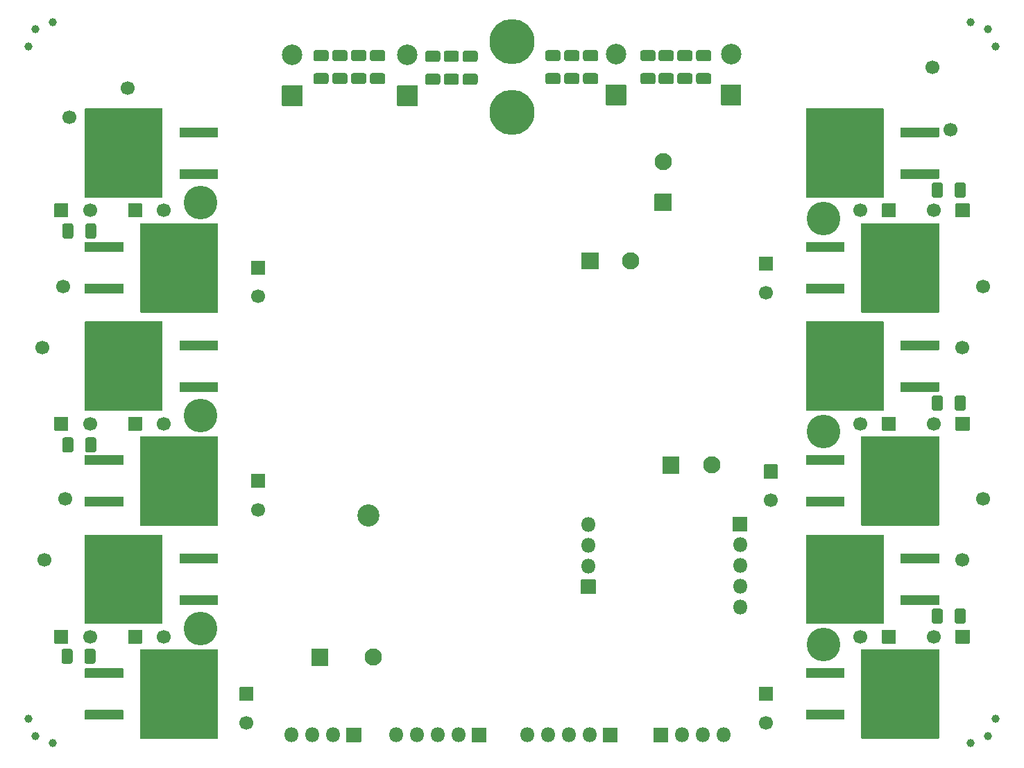
<source format=gbr>
%TF.GenerationSoftware,KiCad,Pcbnew,(5.1.9)-1*%
%TF.CreationDate,2021-03-14T17:38:15+01:00*%
%TF.ProjectId,Bobbycontroller,426f6262-7963-46f6-9e74-726f6c6c6572,rev?*%
%TF.SameCoordinates,Original*%
%TF.FileFunction,Soldermask,Bot*%
%TF.FilePolarity,Negative*%
%FSLAX46Y46*%
G04 Gerber Fmt 4.6, Leading zero omitted, Abs format (unit mm)*
G04 Created by KiCad (PCBNEW (5.1.9)-1) date 2021-03-14 17:38:15*
%MOMM*%
%LPD*%
G01*
G04 APERTURE LIST*
%ADD10C,2.100000*%
%ADD11C,1.700000*%
%ADD12O,1.800000X1.800000*%
%ADD13C,2.700000*%
%ADD14C,5.500000*%
%ADD15C,1.000000*%
%ADD16C,4.100000*%
%ADD17C,2.500000*%
G04 APERTURE END LIST*
D10*
%TO.C,C38*%
X84500000Y-40150000D03*
G36*
G01*
X78450000Y-41150000D02*
X78450000Y-39150000D01*
G75*
G02*
X78500000Y-39100000I50000J0D01*
G01*
X80500000Y-39100000D01*
G75*
G02*
X80550000Y-39150000I0J-50000D01*
G01*
X80550000Y-41150000D01*
G75*
G02*
X80500000Y-41200000I-50000J0D01*
G01*
X78500000Y-41200000D01*
G75*
G02*
X78450000Y-41150000I0J50000D01*
G01*
G37*
%TD*%
%TO.C,C26*%
X94400000Y-65050000D03*
G36*
G01*
X88350000Y-66050000D02*
X88350000Y-64050000D01*
G75*
G02*
X88400000Y-64000000I50000J0D01*
G01*
X90400000Y-64000000D01*
G75*
G02*
X90450000Y-64050000I0J-50000D01*
G01*
X90450000Y-66050000D01*
G75*
G02*
X90400000Y-66100000I-50000J0D01*
G01*
X88400000Y-66100000D01*
G75*
G02*
X88350000Y-66050000I0J50000D01*
G01*
G37*
%TD*%
%TO.C,C25*%
X88450000Y-28000000D03*
G36*
G01*
X89450000Y-34050000D02*
X87450000Y-34050000D01*
G75*
G02*
X87400000Y-34000000I0J50000D01*
G01*
X87400000Y-32000000D01*
G75*
G02*
X87450000Y-31950000I50000J0D01*
G01*
X89450000Y-31950000D01*
G75*
G02*
X89500000Y-32000000I0J-50000D01*
G01*
X89500000Y-34000000D01*
G75*
G02*
X89450000Y-34050000I-50000J0D01*
G01*
G37*
%TD*%
D11*
%TO.C,C18*%
X37600000Y-96500000D03*
G36*
G01*
X36800000Y-92150000D02*
X38400000Y-92150000D01*
G75*
G02*
X38450000Y-92200000I0J-50000D01*
G01*
X38450000Y-93800000D01*
G75*
G02*
X38400000Y-93850000I-50000J0D01*
G01*
X36800000Y-93850000D01*
G75*
G02*
X36750000Y-93800000I0J50000D01*
G01*
X36750000Y-92200000D01*
G75*
G02*
X36800000Y-92150000I50000J0D01*
G01*
G37*
%TD*%
%TO.C,C16*%
X101590000Y-69340000D03*
G36*
G01*
X100790000Y-64990000D02*
X102390000Y-64990000D01*
G75*
G02*
X102440000Y-65040000I0J-50000D01*
G01*
X102440000Y-66640000D01*
G75*
G02*
X102390000Y-66690000I-50000J0D01*
G01*
X100790000Y-66690000D01*
G75*
G02*
X100740000Y-66640000I0J50000D01*
G01*
X100740000Y-65040000D01*
G75*
G02*
X100790000Y-64990000I50000J0D01*
G01*
G37*
%TD*%
%TO.C,C14*%
X39000000Y-44500000D03*
G36*
G01*
X38200000Y-40150000D02*
X39800000Y-40150000D01*
G75*
G02*
X39850000Y-40200000I0J-50000D01*
G01*
X39850000Y-41800000D01*
G75*
G02*
X39800000Y-41850000I-50000J0D01*
G01*
X38200000Y-41850000D01*
G75*
G02*
X38150000Y-41800000I0J50000D01*
G01*
X38150000Y-40200000D01*
G75*
G02*
X38200000Y-40150000I50000J0D01*
G01*
G37*
%TD*%
%TO.C,C12*%
X39000000Y-70500000D03*
G36*
G01*
X38200000Y-66150000D02*
X39800000Y-66150000D01*
G75*
G02*
X39850000Y-66200000I0J-50000D01*
G01*
X39850000Y-67800000D01*
G75*
G02*
X39800000Y-67850000I-50000J0D01*
G01*
X38200000Y-67850000D01*
G75*
G02*
X38150000Y-67800000I0J50000D01*
G01*
X38150000Y-66200000D01*
G75*
G02*
X38200000Y-66150000I50000J0D01*
G01*
G37*
%TD*%
%TO.C,C9*%
X101000000Y-96500000D03*
G36*
G01*
X100200000Y-92150000D02*
X101800000Y-92150000D01*
G75*
G02*
X101850000Y-92200000I0J-50000D01*
G01*
X101850000Y-93800000D01*
G75*
G02*
X101800000Y-93850000I-50000J0D01*
G01*
X100200000Y-93850000D01*
G75*
G02*
X100150000Y-93800000I0J50000D01*
G01*
X100150000Y-92200000D01*
G75*
G02*
X100200000Y-92150000I50000J0D01*
G01*
G37*
%TD*%
%TO.C,C8*%
X101000000Y-44000000D03*
G36*
G01*
X100200000Y-39650000D02*
X101800000Y-39650000D01*
G75*
G02*
X101850000Y-39700000I0J-50000D01*
G01*
X101850000Y-41300000D01*
G75*
G02*
X101800000Y-41350000I-50000J0D01*
G01*
X100200000Y-41350000D01*
G75*
G02*
X100150000Y-41300000I0J50000D01*
G01*
X100150000Y-39700000D01*
G75*
G02*
X100200000Y-39650000I50000J0D01*
G01*
G37*
%TD*%
%TO.C,C36*%
X18500000Y-60000000D03*
G36*
G01*
X14150000Y-60800000D02*
X14150000Y-59200000D01*
G75*
G02*
X14200000Y-59150000I50000J0D01*
G01*
X15800000Y-59150000D01*
G75*
G02*
X15850000Y-59200000I0J-50000D01*
G01*
X15850000Y-60800000D01*
G75*
G02*
X15800000Y-60850000I-50000J0D01*
G01*
X14200000Y-60850000D01*
G75*
G02*
X14150000Y-60800000I0J50000D01*
G01*
G37*
%TD*%
%TO.C,C35*%
X18500000Y-86000000D03*
G36*
G01*
X14150000Y-86800000D02*
X14150000Y-85200000D01*
G75*
G02*
X14200000Y-85150000I50000J0D01*
G01*
X15800000Y-85150000D01*
G75*
G02*
X15850000Y-85200000I0J-50000D01*
G01*
X15850000Y-86800000D01*
G75*
G02*
X15800000Y-86850000I-50000J0D01*
G01*
X14200000Y-86850000D01*
G75*
G02*
X14150000Y-86800000I0J50000D01*
G01*
G37*
%TD*%
%TO.C,C34*%
X18500000Y-34000000D03*
G36*
G01*
X14150000Y-34800000D02*
X14150000Y-33200000D01*
G75*
G02*
X14200000Y-33150000I50000J0D01*
G01*
X15800000Y-33150000D01*
G75*
G02*
X15850000Y-33200000I0J-50000D01*
G01*
X15850000Y-34800000D01*
G75*
G02*
X15800000Y-34850000I-50000J0D01*
G01*
X14200000Y-34850000D01*
G75*
G02*
X14150000Y-34800000I0J50000D01*
G01*
G37*
%TD*%
%TO.C,C33*%
X121500000Y-34000000D03*
G36*
G01*
X125850000Y-33200000D02*
X125850000Y-34800000D01*
G75*
G02*
X125800000Y-34850000I-50000J0D01*
G01*
X124200000Y-34850000D01*
G75*
G02*
X124150000Y-34800000I0J50000D01*
G01*
X124150000Y-33200000D01*
G75*
G02*
X124200000Y-33150000I50000J0D01*
G01*
X125800000Y-33150000D01*
G75*
G02*
X125850000Y-33200000I0J-50000D01*
G01*
G37*
%TD*%
%TO.C,C31*%
X121500000Y-60000000D03*
G36*
G01*
X125850000Y-59200000D02*
X125850000Y-60800000D01*
G75*
G02*
X125800000Y-60850000I-50000J0D01*
G01*
X124200000Y-60850000D01*
G75*
G02*
X124150000Y-60800000I0J50000D01*
G01*
X124150000Y-59200000D01*
G75*
G02*
X124200000Y-59150000I50000J0D01*
G01*
X125800000Y-59150000D01*
G75*
G02*
X125850000Y-59200000I0J-50000D01*
G01*
G37*
%TD*%
%TO.C,C24*%
X27500000Y-34000000D03*
G36*
G01*
X23150000Y-34800000D02*
X23150000Y-33200000D01*
G75*
G02*
X23200000Y-33150000I50000J0D01*
G01*
X24800000Y-33150000D01*
G75*
G02*
X24850000Y-33200000I0J-50000D01*
G01*
X24850000Y-34800000D01*
G75*
G02*
X24800000Y-34850000I-50000J0D01*
G01*
X23200000Y-34850000D01*
G75*
G02*
X23150000Y-34800000I0J50000D01*
G01*
G37*
%TD*%
%TO.C,C17*%
X27500000Y-60000000D03*
G36*
G01*
X23150000Y-60800000D02*
X23150000Y-59200000D01*
G75*
G02*
X23200000Y-59150000I50000J0D01*
G01*
X24800000Y-59150000D01*
G75*
G02*
X24850000Y-59200000I0J-50000D01*
G01*
X24850000Y-60800000D01*
G75*
G02*
X24800000Y-60850000I-50000J0D01*
G01*
X23200000Y-60850000D01*
G75*
G02*
X23150000Y-60800000I0J50000D01*
G01*
G37*
%TD*%
%TO.C,C15*%
X27500000Y-86000000D03*
G36*
G01*
X23150000Y-86800000D02*
X23150000Y-85200000D01*
G75*
G02*
X23200000Y-85150000I50000J0D01*
G01*
X24800000Y-85150000D01*
G75*
G02*
X24850000Y-85200000I0J-50000D01*
G01*
X24850000Y-86800000D01*
G75*
G02*
X24800000Y-86850000I-50000J0D01*
G01*
X23200000Y-86850000D01*
G75*
G02*
X23150000Y-86800000I0J50000D01*
G01*
G37*
%TD*%
%TO.C,C13*%
X112500000Y-34000000D03*
G36*
G01*
X116850000Y-33200000D02*
X116850000Y-34800000D01*
G75*
G02*
X116800000Y-34850000I-50000J0D01*
G01*
X115200000Y-34850000D01*
G75*
G02*
X115150000Y-34800000I0J50000D01*
G01*
X115150000Y-33200000D01*
G75*
G02*
X115200000Y-33150000I50000J0D01*
G01*
X116800000Y-33150000D01*
G75*
G02*
X116850000Y-33200000I0J-50000D01*
G01*
G37*
%TD*%
%TO.C,C11*%
X112500000Y-60000000D03*
G36*
G01*
X116850000Y-59200000D02*
X116850000Y-60800000D01*
G75*
G02*
X116800000Y-60850000I-50000J0D01*
G01*
X115200000Y-60850000D01*
G75*
G02*
X115150000Y-60800000I0J50000D01*
G01*
X115150000Y-59200000D01*
G75*
G02*
X115200000Y-59150000I50000J0D01*
G01*
X116800000Y-59150000D01*
G75*
G02*
X116850000Y-59200000I0J-50000D01*
G01*
G37*
%TD*%
%TO.C,C1*%
X112500000Y-86000000D03*
G36*
G01*
X116850000Y-85200000D02*
X116850000Y-86800000D01*
G75*
G02*
X116800000Y-86850000I-50000J0D01*
G01*
X115200000Y-86850000D01*
G75*
G02*
X115150000Y-86800000I0J50000D01*
G01*
X115150000Y-85200000D01*
G75*
G02*
X115200000Y-85150000I50000J0D01*
G01*
X116800000Y-85150000D01*
G75*
G02*
X116850000Y-85200000I0J-50000D01*
G01*
G37*
%TD*%
%TO.C,C32*%
X121500000Y-86000000D03*
G36*
G01*
X125850000Y-85200000D02*
X125850000Y-86800000D01*
G75*
G02*
X125800000Y-86850000I-50000J0D01*
G01*
X124200000Y-86850000D01*
G75*
G02*
X124150000Y-86800000I0J50000D01*
G01*
X124150000Y-85200000D01*
G75*
G02*
X124200000Y-85150000I50000J0D01*
G01*
X125800000Y-85150000D01*
G75*
G02*
X125850000Y-85200000I0J-50000D01*
G01*
G37*
%TD*%
D12*
%TO.C,J9*%
X95820000Y-98000000D03*
X93280000Y-98000000D03*
X90740000Y-98000000D03*
G36*
G01*
X89050000Y-98900000D02*
X87350000Y-98900000D01*
G75*
G02*
X87300000Y-98850000I0J50000D01*
G01*
X87300000Y-97150000D01*
G75*
G02*
X87350000Y-97100000I50000J0D01*
G01*
X89050000Y-97100000D01*
G75*
G02*
X89100000Y-97150000I0J-50000D01*
G01*
X89100000Y-98850000D01*
G75*
G02*
X89050000Y-98900000I-50000J0D01*
G01*
G37*
%TD*%
D11*
%TO.C,RV3*%
X121301028Y-16531209D03*
X123554972Y-24108791D03*
%TD*%
%TO.C,RV4*%
X16022466Y-22595767D03*
X23093534Y-19060233D03*
%TD*%
D13*
%TO.C,J17*%
X52500000Y-71250000D03*
%TD*%
D11*
%TO.C,RV1*%
X127488000Y-43240000D03*
X124988000Y-50740000D03*
%TD*%
%TO.C,RV2*%
X127488000Y-69148000D03*
X124988000Y-76648000D03*
%TD*%
%TO.C,RV5*%
X15474000Y-69148000D03*
X12974000Y-76648000D03*
%TD*%
%TO.C,RV6*%
X15220000Y-43240000D03*
X12720000Y-50740000D03*
%TD*%
%TO.C,C69*%
G36*
G01*
X17925000Y-37155000D02*
X17925000Y-35845000D01*
G75*
G02*
X18195000Y-35575000I270000J0D01*
G01*
X19005000Y-35575000D01*
G75*
G02*
X19275000Y-35845000I0J-270000D01*
G01*
X19275000Y-37155000D01*
G75*
G02*
X19005000Y-37425000I-270000J0D01*
G01*
X18195000Y-37425000D01*
G75*
G02*
X17925000Y-37155000I0J270000D01*
G01*
G37*
G36*
G01*
X15125000Y-37155000D02*
X15125000Y-35845000D01*
G75*
G02*
X15395000Y-35575000I270000J0D01*
G01*
X16205000Y-35575000D01*
G75*
G02*
X16475000Y-35845000I0J-270000D01*
G01*
X16475000Y-37155000D01*
G75*
G02*
X16205000Y-37425000I-270000J0D01*
G01*
X15395000Y-37425000D01*
G75*
G02*
X15125000Y-37155000I0J270000D01*
G01*
G37*
%TD*%
%TO.C,C68*%
G36*
G01*
X17825000Y-89055000D02*
X17825000Y-87745000D01*
G75*
G02*
X18095000Y-87475000I270000J0D01*
G01*
X18905000Y-87475000D01*
G75*
G02*
X19175000Y-87745000I0J-270000D01*
G01*
X19175000Y-89055000D01*
G75*
G02*
X18905000Y-89325000I-270000J0D01*
G01*
X18095000Y-89325000D01*
G75*
G02*
X17825000Y-89055000I0J270000D01*
G01*
G37*
G36*
G01*
X15025000Y-89055000D02*
X15025000Y-87745000D01*
G75*
G02*
X15295000Y-87475000I270000J0D01*
G01*
X16105000Y-87475000D01*
G75*
G02*
X16375000Y-87745000I0J-270000D01*
G01*
X16375000Y-89055000D01*
G75*
G02*
X16105000Y-89325000I-270000J0D01*
G01*
X15295000Y-89325000D01*
G75*
G02*
X15025000Y-89055000I0J270000D01*
G01*
G37*
%TD*%
%TO.C,C67*%
G36*
G01*
X17925000Y-63255000D02*
X17925000Y-61945000D01*
G75*
G02*
X18195000Y-61675000I270000J0D01*
G01*
X19005000Y-61675000D01*
G75*
G02*
X19275000Y-61945000I0J-270000D01*
G01*
X19275000Y-63255000D01*
G75*
G02*
X19005000Y-63525000I-270000J0D01*
G01*
X18195000Y-63525000D01*
G75*
G02*
X17925000Y-63255000I0J270000D01*
G01*
G37*
G36*
G01*
X15125000Y-63255000D02*
X15125000Y-61945000D01*
G75*
G02*
X15395000Y-61675000I270000J0D01*
G01*
X16205000Y-61675000D01*
G75*
G02*
X16475000Y-61945000I0J-270000D01*
G01*
X16475000Y-63255000D01*
G75*
G02*
X16205000Y-63525000I-270000J0D01*
G01*
X15395000Y-63525000D01*
G75*
G02*
X15125000Y-63255000I0J270000D01*
G01*
G37*
%TD*%
%TO.C,C66*%
G36*
G01*
X122575000Y-56845000D02*
X122575000Y-58155000D01*
G75*
G02*
X122305000Y-58425000I-270000J0D01*
G01*
X121495000Y-58425000D01*
G75*
G02*
X121225000Y-58155000I0J270000D01*
G01*
X121225000Y-56845000D01*
G75*
G02*
X121495000Y-56575000I270000J0D01*
G01*
X122305000Y-56575000D01*
G75*
G02*
X122575000Y-56845000I0J-270000D01*
G01*
G37*
G36*
G01*
X125375000Y-56845000D02*
X125375000Y-58155000D01*
G75*
G02*
X125105000Y-58425000I-270000J0D01*
G01*
X124295000Y-58425000D01*
G75*
G02*
X124025000Y-58155000I0J270000D01*
G01*
X124025000Y-56845000D01*
G75*
G02*
X124295000Y-56575000I270000J0D01*
G01*
X125105000Y-56575000D01*
G75*
G02*
X125375000Y-56845000I0J-270000D01*
G01*
G37*
%TD*%
%TO.C,C65*%
G36*
G01*
X122575000Y-82845000D02*
X122575000Y-84155000D01*
G75*
G02*
X122305000Y-84425000I-270000J0D01*
G01*
X121495000Y-84425000D01*
G75*
G02*
X121225000Y-84155000I0J270000D01*
G01*
X121225000Y-82845000D01*
G75*
G02*
X121495000Y-82575000I270000J0D01*
G01*
X122305000Y-82575000D01*
G75*
G02*
X122575000Y-82845000I0J-270000D01*
G01*
G37*
G36*
G01*
X125375000Y-82845000D02*
X125375000Y-84155000D01*
G75*
G02*
X125105000Y-84425000I-270000J0D01*
G01*
X124295000Y-84425000D01*
G75*
G02*
X124025000Y-84155000I0J270000D01*
G01*
X124025000Y-82845000D01*
G75*
G02*
X124295000Y-82575000I270000J0D01*
G01*
X125105000Y-82575000D01*
G75*
G02*
X125375000Y-82845000I0J-270000D01*
G01*
G37*
%TD*%
%TO.C,C64*%
G36*
G01*
X122575000Y-30845000D02*
X122575000Y-32155000D01*
G75*
G02*
X122305000Y-32425000I-270000J0D01*
G01*
X121495000Y-32425000D01*
G75*
G02*
X121225000Y-32155000I0J270000D01*
G01*
X121225000Y-30845000D01*
G75*
G02*
X121495000Y-30575000I270000J0D01*
G01*
X122305000Y-30575000D01*
G75*
G02*
X122575000Y-30845000I0J-270000D01*
G01*
G37*
G36*
G01*
X125375000Y-30845000D02*
X125375000Y-32155000D01*
G75*
G02*
X125105000Y-32425000I-270000J0D01*
G01*
X124295000Y-32425000D01*
G75*
G02*
X124025000Y-32155000I0J270000D01*
G01*
X124025000Y-30845000D01*
G75*
G02*
X124295000Y-30575000I270000J0D01*
G01*
X125105000Y-30575000D01*
G75*
G02*
X125375000Y-30845000I0J-270000D01*
G01*
G37*
%TD*%
%TO.C,C59*%
G36*
G01*
X60985000Y-15855000D02*
X59675000Y-15855000D01*
G75*
G02*
X59405000Y-15585000I0J270000D01*
G01*
X59405000Y-14775000D01*
G75*
G02*
X59675000Y-14505000I270000J0D01*
G01*
X60985000Y-14505000D01*
G75*
G02*
X61255000Y-14775000I0J-270000D01*
G01*
X61255000Y-15585000D01*
G75*
G02*
X60985000Y-15855000I-270000J0D01*
G01*
G37*
G36*
G01*
X60985000Y-18655000D02*
X59675000Y-18655000D01*
G75*
G02*
X59405000Y-18385000I0J270000D01*
G01*
X59405000Y-17575000D01*
G75*
G02*
X59675000Y-17305000I270000J0D01*
G01*
X60985000Y-17305000D01*
G75*
G02*
X61255000Y-17575000I0J-270000D01*
G01*
X61255000Y-18385000D01*
G75*
G02*
X60985000Y-18655000I-270000J0D01*
G01*
G37*
%TD*%
%TO.C,C58*%
G36*
G01*
X77955000Y-15775000D02*
X76645000Y-15775000D01*
G75*
G02*
X76375000Y-15505000I0J270000D01*
G01*
X76375000Y-14695000D01*
G75*
G02*
X76645000Y-14425000I270000J0D01*
G01*
X77955000Y-14425000D01*
G75*
G02*
X78225000Y-14695000I0J-270000D01*
G01*
X78225000Y-15505000D01*
G75*
G02*
X77955000Y-15775000I-270000J0D01*
G01*
G37*
G36*
G01*
X77955000Y-18575000D02*
X76645000Y-18575000D01*
G75*
G02*
X76375000Y-18305000I0J270000D01*
G01*
X76375000Y-17495000D01*
G75*
G02*
X76645000Y-17225000I270000J0D01*
G01*
X77955000Y-17225000D01*
G75*
G02*
X78225000Y-17495000I0J-270000D01*
G01*
X78225000Y-18305000D01*
G75*
G02*
X77955000Y-18575000I-270000J0D01*
G01*
G37*
%TD*%
%TO.C,C57*%
G36*
G01*
X63255000Y-15855000D02*
X61945000Y-15855000D01*
G75*
G02*
X61675000Y-15585000I0J270000D01*
G01*
X61675000Y-14775000D01*
G75*
G02*
X61945000Y-14505000I270000J0D01*
G01*
X63255000Y-14505000D01*
G75*
G02*
X63525000Y-14775000I0J-270000D01*
G01*
X63525000Y-15585000D01*
G75*
G02*
X63255000Y-15855000I-270000J0D01*
G01*
G37*
G36*
G01*
X63255000Y-18655000D02*
X61945000Y-18655000D01*
G75*
G02*
X61675000Y-18385000I0J270000D01*
G01*
X61675000Y-17575000D01*
G75*
G02*
X61945000Y-17305000I270000J0D01*
G01*
X63255000Y-17305000D01*
G75*
G02*
X63525000Y-17575000I0J-270000D01*
G01*
X63525000Y-18385000D01*
G75*
G02*
X63255000Y-18655000I-270000J0D01*
G01*
G37*
%TD*%
%TO.C,C56*%
G36*
G01*
X47355000Y-15775000D02*
X46045000Y-15775000D01*
G75*
G02*
X45775000Y-15505000I0J270000D01*
G01*
X45775000Y-14695000D01*
G75*
G02*
X46045000Y-14425000I270000J0D01*
G01*
X47355000Y-14425000D01*
G75*
G02*
X47625000Y-14695000I0J-270000D01*
G01*
X47625000Y-15505000D01*
G75*
G02*
X47355000Y-15775000I-270000J0D01*
G01*
G37*
G36*
G01*
X47355000Y-18575000D02*
X46045000Y-18575000D01*
G75*
G02*
X45775000Y-18305000I0J270000D01*
G01*
X45775000Y-17495000D01*
G75*
G02*
X46045000Y-17225000I270000J0D01*
G01*
X47355000Y-17225000D01*
G75*
G02*
X47625000Y-17495000I0J-270000D01*
G01*
X47625000Y-18305000D01*
G75*
G02*
X47355000Y-18575000I-270000J0D01*
G01*
G37*
%TD*%
%TO.C,C55*%
G36*
G01*
X80255000Y-15775000D02*
X78945000Y-15775000D01*
G75*
G02*
X78675000Y-15505000I0J270000D01*
G01*
X78675000Y-14695000D01*
G75*
G02*
X78945000Y-14425000I270000J0D01*
G01*
X80255000Y-14425000D01*
G75*
G02*
X80525000Y-14695000I0J-270000D01*
G01*
X80525000Y-15505000D01*
G75*
G02*
X80255000Y-15775000I-270000J0D01*
G01*
G37*
G36*
G01*
X80255000Y-18575000D02*
X78945000Y-18575000D01*
G75*
G02*
X78675000Y-18305000I0J270000D01*
G01*
X78675000Y-17495000D01*
G75*
G02*
X78945000Y-17225000I270000J0D01*
G01*
X80255000Y-17225000D01*
G75*
G02*
X80525000Y-17495000I0J-270000D01*
G01*
X80525000Y-18305000D01*
G75*
G02*
X80255000Y-18575000I-270000J0D01*
G01*
G37*
%TD*%
%TO.C,C54*%
G36*
G01*
X65555000Y-15855000D02*
X64245000Y-15855000D01*
G75*
G02*
X63975000Y-15585000I0J270000D01*
G01*
X63975000Y-14775000D01*
G75*
G02*
X64245000Y-14505000I270000J0D01*
G01*
X65555000Y-14505000D01*
G75*
G02*
X65825000Y-14775000I0J-270000D01*
G01*
X65825000Y-15585000D01*
G75*
G02*
X65555000Y-15855000I-270000J0D01*
G01*
G37*
G36*
G01*
X65555000Y-18655000D02*
X64245000Y-18655000D01*
G75*
G02*
X63975000Y-18385000I0J270000D01*
G01*
X63975000Y-17575000D01*
G75*
G02*
X64245000Y-17305000I270000J0D01*
G01*
X65555000Y-17305000D01*
G75*
G02*
X65825000Y-17575000I0J-270000D01*
G01*
X65825000Y-18385000D01*
G75*
G02*
X65555000Y-18655000I-270000J0D01*
G01*
G37*
%TD*%
%TO.C,C53*%
G36*
G01*
X49655000Y-15765000D02*
X48345000Y-15765000D01*
G75*
G02*
X48075000Y-15495000I0J270000D01*
G01*
X48075000Y-14685000D01*
G75*
G02*
X48345000Y-14415000I270000J0D01*
G01*
X49655000Y-14415000D01*
G75*
G02*
X49925000Y-14685000I0J-270000D01*
G01*
X49925000Y-15495000D01*
G75*
G02*
X49655000Y-15765000I-270000J0D01*
G01*
G37*
G36*
G01*
X49655000Y-18565000D02*
X48345000Y-18565000D01*
G75*
G02*
X48075000Y-18295000I0J270000D01*
G01*
X48075000Y-17485000D01*
G75*
G02*
X48345000Y-17215000I270000J0D01*
G01*
X49655000Y-17215000D01*
G75*
G02*
X49925000Y-17485000I0J-270000D01*
G01*
X49925000Y-18295000D01*
G75*
G02*
X49655000Y-18565000I-270000J0D01*
G01*
G37*
%TD*%
%TO.C,C52*%
G36*
G01*
X87255000Y-15775000D02*
X85945000Y-15775000D01*
G75*
G02*
X85675000Y-15505000I0J270000D01*
G01*
X85675000Y-14695000D01*
G75*
G02*
X85945000Y-14425000I270000J0D01*
G01*
X87255000Y-14425000D01*
G75*
G02*
X87525000Y-14695000I0J-270000D01*
G01*
X87525000Y-15505000D01*
G75*
G02*
X87255000Y-15775000I-270000J0D01*
G01*
G37*
G36*
G01*
X87255000Y-18575000D02*
X85945000Y-18575000D01*
G75*
G02*
X85675000Y-18305000I0J270000D01*
G01*
X85675000Y-17495000D01*
G75*
G02*
X85945000Y-17225000I270000J0D01*
G01*
X87255000Y-17225000D01*
G75*
G02*
X87525000Y-17495000I0J-270000D01*
G01*
X87525000Y-18305000D01*
G75*
G02*
X87255000Y-18575000I-270000J0D01*
G01*
G37*
%TD*%
%TO.C,C51*%
G36*
G01*
X75655000Y-15775000D02*
X74345000Y-15775000D01*
G75*
G02*
X74075000Y-15505000I0J270000D01*
G01*
X74075000Y-14695000D01*
G75*
G02*
X74345000Y-14425000I270000J0D01*
G01*
X75655000Y-14425000D01*
G75*
G02*
X75925000Y-14695000I0J-270000D01*
G01*
X75925000Y-15505000D01*
G75*
G02*
X75655000Y-15775000I-270000J0D01*
G01*
G37*
G36*
G01*
X75655000Y-18575000D02*
X74345000Y-18575000D01*
G75*
G02*
X74075000Y-18305000I0J270000D01*
G01*
X74075000Y-17495000D01*
G75*
G02*
X74345000Y-17225000I270000J0D01*
G01*
X75655000Y-17225000D01*
G75*
G02*
X75925000Y-17495000I0J-270000D01*
G01*
X75925000Y-18305000D01*
G75*
G02*
X75655000Y-18575000I-270000J0D01*
G01*
G37*
%TD*%
%TO.C,C50*%
G36*
G01*
X51955000Y-15765000D02*
X50645000Y-15765000D01*
G75*
G02*
X50375000Y-15495000I0J270000D01*
G01*
X50375000Y-14685000D01*
G75*
G02*
X50645000Y-14415000I270000J0D01*
G01*
X51955000Y-14415000D01*
G75*
G02*
X52225000Y-14685000I0J-270000D01*
G01*
X52225000Y-15495000D01*
G75*
G02*
X51955000Y-15765000I-270000J0D01*
G01*
G37*
G36*
G01*
X51955000Y-18565000D02*
X50645000Y-18565000D01*
G75*
G02*
X50375000Y-18295000I0J270000D01*
G01*
X50375000Y-17485000D01*
G75*
G02*
X50645000Y-17215000I270000J0D01*
G01*
X51955000Y-17215000D01*
G75*
G02*
X52225000Y-17485000I0J-270000D01*
G01*
X52225000Y-18295000D01*
G75*
G02*
X51955000Y-18565000I-270000J0D01*
G01*
G37*
%TD*%
%TO.C,C49*%
G36*
G01*
X89475000Y-15775000D02*
X88165000Y-15775000D01*
G75*
G02*
X87895000Y-15505000I0J270000D01*
G01*
X87895000Y-14695000D01*
G75*
G02*
X88165000Y-14425000I270000J0D01*
G01*
X89475000Y-14425000D01*
G75*
G02*
X89745000Y-14695000I0J-270000D01*
G01*
X89745000Y-15505000D01*
G75*
G02*
X89475000Y-15775000I-270000J0D01*
G01*
G37*
G36*
G01*
X89475000Y-18575000D02*
X88165000Y-18575000D01*
G75*
G02*
X87895000Y-18305000I0J270000D01*
G01*
X87895000Y-17495000D01*
G75*
G02*
X88165000Y-17225000I270000J0D01*
G01*
X89475000Y-17225000D01*
G75*
G02*
X89745000Y-17495000I0J-270000D01*
G01*
X89745000Y-18305000D01*
G75*
G02*
X89475000Y-18575000I-270000J0D01*
G01*
G37*
%TD*%
%TO.C,C48*%
G36*
G01*
X54255000Y-15775000D02*
X52945000Y-15775000D01*
G75*
G02*
X52675000Y-15505000I0J270000D01*
G01*
X52675000Y-14695000D01*
G75*
G02*
X52945000Y-14425000I270000J0D01*
G01*
X54255000Y-14425000D01*
G75*
G02*
X54525000Y-14695000I0J-270000D01*
G01*
X54525000Y-15505000D01*
G75*
G02*
X54255000Y-15775000I-270000J0D01*
G01*
G37*
G36*
G01*
X54255000Y-18575000D02*
X52945000Y-18575000D01*
G75*
G02*
X52675000Y-18305000I0J270000D01*
G01*
X52675000Y-17495000D01*
G75*
G02*
X52945000Y-17225000I270000J0D01*
G01*
X54255000Y-17225000D01*
G75*
G02*
X54525000Y-17495000I0J-270000D01*
G01*
X54525000Y-18305000D01*
G75*
G02*
X54255000Y-18575000I-270000J0D01*
G01*
G37*
%TD*%
%TO.C,C47*%
G36*
G01*
X91755000Y-15775000D02*
X90445000Y-15775000D01*
G75*
G02*
X90175000Y-15505000I0J270000D01*
G01*
X90175000Y-14695000D01*
G75*
G02*
X90445000Y-14425000I270000J0D01*
G01*
X91755000Y-14425000D01*
G75*
G02*
X92025000Y-14695000I0J-270000D01*
G01*
X92025000Y-15505000D01*
G75*
G02*
X91755000Y-15775000I-270000J0D01*
G01*
G37*
G36*
G01*
X91755000Y-18575000D02*
X90445000Y-18575000D01*
G75*
G02*
X90175000Y-18305000I0J270000D01*
G01*
X90175000Y-17495000D01*
G75*
G02*
X90445000Y-17225000I270000J0D01*
G01*
X91755000Y-17225000D01*
G75*
G02*
X92025000Y-17495000I0J-270000D01*
G01*
X92025000Y-18305000D01*
G75*
G02*
X91755000Y-18575000I-270000J0D01*
G01*
G37*
%TD*%
%TO.C,C46*%
G36*
G01*
X94055000Y-15775000D02*
X92745000Y-15775000D01*
G75*
G02*
X92475000Y-15505000I0J270000D01*
G01*
X92475000Y-14695000D01*
G75*
G02*
X92745000Y-14425000I270000J0D01*
G01*
X94055000Y-14425000D01*
G75*
G02*
X94325000Y-14695000I0J-270000D01*
G01*
X94325000Y-15505000D01*
G75*
G02*
X94055000Y-15775000I-270000J0D01*
G01*
G37*
G36*
G01*
X94055000Y-18575000D02*
X92745000Y-18575000D01*
G75*
G02*
X92475000Y-18305000I0J270000D01*
G01*
X92475000Y-17495000D01*
G75*
G02*
X92745000Y-17225000I270000J0D01*
G01*
X94055000Y-17225000D01*
G75*
G02*
X94325000Y-17495000I0J-270000D01*
G01*
X94325000Y-18305000D01*
G75*
G02*
X94055000Y-18575000I-270000J0D01*
G01*
G37*
%TD*%
D14*
%TO.C,J16*%
X70000000Y-22000000D03*
%TD*%
%TO.C,J15*%
X70000000Y-13400000D03*
%TD*%
D15*
%TO.C,J14*%
X11878680Y-98121320D03*
X14000000Y-99000000D03*
X11000000Y-96000000D03*
%TD*%
%TO.C,J13*%
X128121320Y-98121320D03*
X129000000Y-96000000D03*
X126000000Y-99000000D03*
%TD*%
%TO.C,J12*%
X128121320Y-11878680D03*
X126000000Y-11000000D03*
X129000000Y-14000000D03*
%TD*%
%TO.C,J11*%
X14000000Y-11000000D03*
X11000000Y-14000000D03*
X11878680Y-11878680D03*
%TD*%
D12*
%TO.C,J4*%
X79320000Y-72290000D03*
X79320000Y-74830000D03*
X79320000Y-77370000D03*
G36*
G01*
X80220000Y-79060000D02*
X80220000Y-80760000D01*
G75*
G02*
X80170000Y-80810000I-50000J0D01*
G01*
X78470000Y-80810000D01*
G75*
G02*
X78420000Y-80760000I0J50000D01*
G01*
X78420000Y-79060000D01*
G75*
G02*
X78470000Y-79010000I50000J0D01*
G01*
X80170000Y-79010000D01*
G75*
G02*
X80220000Y-79060000I0J-50000D01*
G01*
G37*
%TD*%
%TO.C,J8*%
X97830000Y-82430000D03*
X97830000Y-79890000D03*
X97830000Y-77350000D03*
X97830000Y-74810000D03*
G36*
G01*
X96930000Y-73120000D02*
X96930000Y-71420000D01*
G75*
G02*
X96980000Y-71370000I50000J0D01*
G01*
X98680000Y-71370000D01*
G75*
G02*
X98730000Y-71420000I0J-50000D01*
G01*
X98730000Y-73120000D01*
G75*
G02*
X98680000Y-73170000I-50000J0D01*
G01*
X96980000Y-73170000D01*
G75*
G02*
X96930000Y-73120000I0J50000D01*
G01*
G37*
%TD*%
%TO.C,HALL_L1*%
X71840000Y-98000000D03*
X74380000Y-98000000D03*
X76920000Y-98000000D03*
X79460000Y-98000000D03*
G36*
G01*
X81150000Y-97100000D02*
X82850000Y-97100000D01*
G75*
G02*
X82900000Y-97150000I0J-50000D01*
G01*
X82900000Y-98850000D01*
G75*
G02*
X82850000Y-98900000I-50000J0D01*
G01*
X81150000Y-98900000D01*
G75*
G02*
X81100000Y-98850000I0J50000D01*
G01*
X81100000Y-97150000D01*
G75*
G02*
X81150000Y-97100000I50000J0D01*
G01*
G37*
%TD*%
%TO.C,J10*%
X43080000Y-98000000D03*
X45620000Y-98000000D03*
X48160000Y-98000000D03*
G36*
G01*
X49850000Y-97100000D02*
X51550000Y-97100000D01*
G75*
G02*
X51600000Y-97150000I0J-50000D01*
G01*
X51600000Y-98850000D01*
G75*
G02*
X51550000Y-98900000I-50000J0D01*
G01*
X49850000Y-98900000D01*
G75*
G02*
X49800000Y-98850000I0J50000D01*
G01*
X49800000Y-97150000D01*
G75*
G02*
X49850000Y-97100000I50000J0D01*
G01*
G37*
%TD*%
%TO.C,HALL_R1*%
X55840000Y-98000000D03*
X58380000Y-98000000D03*
X60920000Y-98000000D03*
X63460000Y-98000000D03*
G36*
G01*
X65150000Y-97100000D02*
X66850000Y-97100000D01*
G75*
G02*
X66900000Y-97150000I0J-50000D01*
G01*
X66900000Y-98850000D01*
G75*
G02*
X66850000Y-98900000I-50000J0D01*
G01*
X65150000Y-98900000D01*
G75*
G02*
X65100000Y-98850000I0J50000D01*
G01*
X65100000Y-97150000D01*
G75*
G02*
X65150000Y-97100000I50000J0D01*
G01*
G37*
%TD*%
D10*
%TO.C,LS1*%
X53050000Y-88500000D03*
G36*
G01*
X45500000Y-89500000D02*
X45500000Y-87500000D01*
G75*
G02*
X45550000Y-87450000I50000J0D01*
G01*
X47550000Y-87450000D01*
G75*
G02*
X47600000Y-87500000I0J-50000D01*
G01*
X47600000Y-89500000D01*
G75*
G02*
X47550000Y-89550000I-50000J0D01*
G01*
X45550000Y-89550000D01*
G75*
G02*
X45500000Y-89500000I0J50000D01*
G01*
G37*
%TD*%
%TO.C,V11*%
G36*
G01*
X24625000Y-46400000D02*
X24625000Y-35600000D01*
G75*
G02*
X24675000Y-35550000I50000J0D01*
G01*
X34075000Y-35550000D01*
G75*
G02*
X34125000Y-35600000I0J-50000D01*
G01*
X34125000Y-46400000D01*
G75*
G02*
X34075000Y-46450000I-50000J0D01*
G01*
X24675000Y-46450000D01*
G75*
G02*
X24625000Y-46400000I0J50000D01*
G01*
G37*
G36*
G01*
X17875000Y-39010000D02*
X17875000Y-37910000D01*
G75*
G02*
X17925000Y-37860000I50000J0D01*
G01*
X22525000Y-37860000D01*
G75*
G02*
X22575000Y-37910000I0J-50000D01*
G01*
X22575000Y-39010000D01*
G75*
G02*
X22525000Y-39060000I-50000J0D01*
G01*
X17925000Y-39060000D01*
G75*
G02*
X17875000Y-39010000I0J50000D01*
G01*
G37*
G36*
G01*
X17875000Y-44090000D02*
X17875000Y-42990000D01*
G75*
G02*
X17925000Y-42940000I50000J0D01*
G01*
X22525000Y-42940000D01*
G75*
G02*
X22575000Y-42990000I0J-50000D01*
G01*
X22575000Y-44090000D01*
G75*
G02*
X22525000Y-44140000I-50000J0D01*
G01*
X17925000Y-44140000D01*
G75*
G02*
X17875000Y-44090000I0J50000D01*
G01*
G37*
%TD*%
%TO.C,V10*%
G36*
G01*
X27375000Y-21600000D02*
X27375000Y-32400000D01*
G75*
G02*
X27325000Y-32450000I-50000J0D01*
G01*
X17925000Y-32450000D01*
G75*
G02*
X17875000Y-32400000I0J50000D01*
G01*
X17875000Y-21600000D01*
G75*
G02*
X17925000Y-21550000I50000J0D01*
G01*
X27325000Y-21550000D01*
G75*
G02*
X27375000Y-21600000I0J-50000D01*
G01*
G37*
G36*
G01*
X34125000Y-28990000D02*
X34125000Y-30090000D01*
G75*
G02*
X34075000Y-30140000I-50000J0D01*
G01*
X29475000Y-30140000D01*
G75*
G02*
X29425000Y-30090000I0J50000D01*
G01*
X29425000Y-28990000D01*
G75*
G02*
X29475000Y-28940000I50000J0D01*
G01*
X34075000Y-28940000D01*
G75*
G02*
X34125000Y-28990000I0J-50000D01*
G01*
G37*
G36*
G01*
X34125000Y-23910000D02*
X34125000Y-25010000D01*
G75*
G02*
X34075000Y-25060000I-50000J0D01*
G01*
X29475000Y-25060000D01*
G75*
G02*
X29425000Y-25010000I0J50000D01*
G01*
X29425000Y-23910000D01*
G75*
G02*
X29475000Y-23860000I50000J0D01*
G01*
X34075000Y-23860000D01*
G75*
G02*
X34125000Y-23910000I0J-50000D01*
G01*
G37*
%TD*%
%TO.C,V9*%
G36*
G01*
X24625000Y-72400000D02*
X24625000Y-61600000D01*
G75*
G02*
X24675000Y-61550000I50000J0D01*
G01*
X34075000Y-61550000D01*
G75*
G02*
X34125000Y-61600000I0J-50000D01*
G01*
X34125000Y-72400000D01*
G75*
G02*
X34075000Y-72450000I-50000J0D01*
G01*
X24675000Y-72450000D01*
G75*
G02*
X24625000Y-72400000I0J50000D01*
G01*
G37*
G36*
G01*
X17875000Y-65010000D02*
X17875000Y-63910000D01*
G75*
G02*
X17925000Y-63860000I50000J0D01*
G01*
X22525000Y-63860000D01*
G75*
G02*
X22575000Y-63910000I0J-50000D01*
G01*
X22575000Y-65010000D01*
G75*
G02*
X22525000Y-65060000I-50000J0D01*
G01*
X17925000Y-65060000D01*
G75*
G02*
X17875000Y-65010000I0J50000D01*
G01*
G37*
G36*
G01*
X17875000Y-70090000D02*
X17875000Y-68990000D01*
G75*
G02*
X17925000Y-68940000I50000J0D01*
G01*
X22525000Y-68940000D01*
G75*
G02*
X22575000Y-68990000I0J-50000D01*
G01*
X22575000Y-70090000D01*
G75*
G02*
X22525000Y-70140000I-50000J0D01*
G01*
X17925000Y-70140000D01*
G75*
G02*
X17875000Y-70090000I0J50000D01*
G01*
G37*
%TD*%
%TO.C,V8*%
G36*
G01*
X27375000Y-47600000D02*
X27375000Y-58400000D01*
G75*
G02*
X27325000Y-58450000I-50000J0D01*
G01*
X17925000Y-58450000D01*
G75*
G02*
X17875000Y-58400000I0J50000D01*
G01*
X17875000Y-47600000D01*
G75*
G02*
X17925000Y-47550000I50000J0D01*
G01*
X27325000Y-47550000D01*
G75*
G02*
X27375000Y-47600000I0J-50000D01*
G01*
G37*
G36*
G01*
X34125000Y-54990000D02*
X34125000Y-56090000D01*
G75*
G02*
X34075000Y-56140000I-50000J0D01*
G01*
X29475000Y-56140000D01*
G75*
G02*
X29425000Y-56090000I0J50000D01*
G01*
X29425000Y-54990000D01*
G75*
G02*
X29475000Y-54940000I50000J0D01*
G01*
X34075000Y-54940000D01*
G75*
G02*
X34125000Y-54990000I0J-50000D01*
G01*
G37*
G36*
G01*
X34125000Y-49910000D02*
X34125000Y-51010000D01*
G75*
G02*
X34075000Y-51060000I-50000J0D01*
G01*
X29475000Y-51060000D01*
G75*
G02*
X29425000Y-51010000I0J50000D01*
G01*
X29425000Y-49910000D01*
G75*
G02*
X29475000Y-49860000I50000J0D01*
G01*
X34075000Y-49860000D01*
G75*
G02*
X34125000Y-49910000I0J-50000D01*
G01*
G37*
%TD*%
%TO.C,V7*%
G36*
G01*
X24625000Y-98400000D02*
X24625000Y-87600000D01*
G75*
G02*
X24675000Y-87550000I50000J0D01*
G01*
X34075000Y-87550000D01*
G75*
G02*
X34125000Y-87600000I0J-50000D01*
G01*
X34125000Y-98400000D01*
G75*
G02*
X34075000Y-98450000I-50000J0D01*
G01*
X24675000Y-98450000D01*
G75*
G02*
X24625000Y-98400000I0J50000D01*
G01*
G37*
G36*
G01*
X17875000Y-91010000D02*
X17875000Y-89910000D01*
G75*
G02*
X17925000Y-89860000I50000J0D01*
G01*
X22525000Y-89860000D01*
G75*
G02*
X22575000Y-89910000I0J-50000D01*
G01*
X22575000Y-91010000D01*
G75*
G02*
X22525000Y-91060000I-50000J0D01*
G01*
X17925000Y-91060000D01*
G75*
G02*
X17875000Y-91010000I0J50000D01*
G01*
G37*
G36*
G01*
X17875000Y-96090000D02*
X17875000Y-94990000D01*
G75*
G02*
X17925000Y-94940000I50000J0D01*
G01*
X22525000Y-94940000D01*
G75*
G02*
X22575000Y-94990000I0J-50000D01*
G01*
X22575000Y-96090000D01*
G75*
G02*
X22525000Y-96140000I-50000J0D01*
G01*
X17925000Y-96140000D01*
G75*
G02*
X17875000Y-96090000I0J50000D01*
G01*
G37*
%TD*%
%TO.C,V6*%
G36*
G01*
X27375000Y-73600000D02*
X27375000Y-84400000D01*
G75*
G02*
X27325000Y-84450000I-50000J0D01*
G01*
X17925000Y-84450000D01*
G75*
G02*
X17875000Y-84400000I0J50000D01*
G01*
X17875000Y-73600000D01*
G75*
G02*
X17925000Y-73550000I50000J0D01*
G01*
X27325000Y-73550000D01*
G75*
G02*
X27375000Y-73600000I0J-50000D01*
G01*
G37*
G36*
G01*
X34125000Y-80990000D02*
X34125000Y-82090000D01*
G75*
G02*
X34075000Y-82140000I-50000J0D01*
G01*
X29475000Y-82140000D01*
G75*
G02*
X29425000Y-82090000I0J50000D01*
G01*
X29425000Y-80990000D01*
G75*
G02*
X29475000Y-80940000I50000J0D01*
G01*
X34075000Y-80940000D01*
G75*
G02*
X34125000Y-80990000I0J-50000D01*
G01*
G37*
G36*
G01*
X34125000Y-75910000D02*
X34125000Y-77010000D01*
G75*
G02*
X34075000Y-77060000I-50000J0D01*
G01*
X29475000Y-77060000D01*
G75*
G02*
X29425000Y-77010000I0J50000D01*
G01*
X29425000Y-75910000D01*
G75*
G02*
X29475000Y-75860000I50000J0D01*
G01*
X34075000Y-75860000D01*
G75*
G02*
X34125000Y-75910000I0J-50000D01*
G01*
G37*
%TD*%
%TO.C,V5*%
G36*
G01*
X115375000Y-21600000D02*
X115375000Y-32400000D01*
G75*
G02*
X115325000Y-32450000I-50000J0D01*
G01*
X105925000Y-32450000D01*
G75*
G02*
X105875000Y-32400000I0J50000D01*
G01*
X105875000Y-21600000D01*
G75*
G02*
X105925000Y-21550000I50000J0D01*
G01*
X115325000Y-21550000D01*
G75*
G02*
X115375000Y-21600000I0J-50000D01*
G01*
G37*
G36*
G01*
X122125000Y-28990000D02*
X122125000Y-30090000D01*
G75*
G02*
X122075000Y-30140000I-50000J0D01*
G01*
X117475000Y-30140000D01*
G75*
G02*
X117425000Y-30090000I0J50000D01*
G01*
X117425000Y-28990000D01*
G75*
G02*
X117475000Y-28940000I50000J0D01*
G01*
X122075000Y-28940000D01*
G75*
G02*
X122125000Y-28990000I0J-50000D01*
G01*
G37*
G36*
G01*
X122125000Y-23910000D02*
X122125000Y-25010000D01*
G75*
G02*
X122075000Y-25060000I-50000J0D01*
G01*
X117475000Y-25060000D01*
G75*
G02*
X117425000Y-25010000I0J50000D01*
G01*
X117425000Y-23910000D01*
G75*
G02*
X117475000Y-23860000I50000J0D01*
G01*
X122075000Y-23860000D01*
G75*
G02*
X122125000Y-23910000I0J-50000D01*
G01*
G37*
%TD*%
%TO.C,V4*%
G36*
G01*
X112625000Y-46400000D02*
X112625000Y-35600000D01*
G75*
G02*
X112675000Y-35550000I50000J0D01*
G01*
X122075000Y-35550000D01*
G75*
G02*
X122125000Y-35600000I0J-50000D01*
G01*
X122125000Y-46400000D01*
G75*
G02*
X122075000Y-46450000I-50000J0D01*
G01*
X112675000Y-46450000D01*
G75*
G02*
X112625000Y-46400000I0J50000D01*
G01*
G37*
G36*
G01*
X105875000Y-39010000D02*
X105875000Y-37910000D01*
G75*
G02*
X105925000Y-37860000I50000J0D01*
G01*
X110525000Y-37860000D01*
G75*
G02*
X110575000Y-37910000I0J-50000D01*
G01*
X110575000Y-39010000D01*
G75*
G02*
X110525000Y-39060000I-50000J0D01*
G01*
X105925000Y-39060000D01*
G75*
G02*
X105875000Y-39010000I0J50000D01*
G01*
G37*
G36*
G01*
X105875000Y-44090000D02*
X105875000Y-42990000D01*
G75*
G02*
X105925000Y-42940000I50000J0D01*
G01*
X110525000Y-42940000D01*
G75*
G02*
X110575000Y-42990000I0J-50000D01*
G01*
X110575000Y-44090000D01*
G75*
G02*
X110525000Y-44140000I-50000J0D01*
G01*
X105925000Y-44140000D01*
G75*
G02*
X105875000Y-44090000I0J50000D01*
G01*
G37*
%TD*%
%TO.C,V3*%
G36*
G01*
X115375000Y-47600000D02*
X115375000Y-58400000D01*
G75*
G02*
X115325000Y-58450000I-50000J0D01*
G01*
X105925000Y-58450000D01*
G75*
G02*
X105875000Y-58400000I0J50000D01*
G01*
X105875000Y-47600000D01*
G75*
G02*
X105925000Y-47550000I50000J0D01*
G01*
X115325000Y-47550000D01*
G75*
G02*
X115375000Y-47600000I0J-50000D01*
G01*
G37*
G36*
G01*
X122125000Y-54990000D02*
X122125000Y-56090000D01*
G75*
G02*
X122075000Y-56140000I-50000J0D01*
G01*
X117475000Y-56140000D01*
G75*
G02*
X117425000Y-56090000I0J50000D01*
G01*
X117425000Y-54990000D01*
G75*
G02*
X117475000Y-54940000I50000J0D01*
G01*
X122075000Y-54940000D01*
G75*
G02*
X122125000Y-54990000I0J-50000D01*
G01*
G37*
G36*
G01*
X122125000Y-49910000D02*
X122125000Y-51010000D01*
G75*
G02*
X122075000Y-51060000I-50000J0D01*
G01*
X117475000Y-51060000D01*
G75*
G02*
X117425000Y-51010000I0J50000D01*
G01*
X117425000Y-49910000D01*
G75*
G02*
X117475000Y-49860000I50000J0D01*
G01*
X122075000Y-49860000D01*
G75*
G02*
X122125000Y-49910000I0J-50000D01*
G01*
G37*
%TD*%
%TO.C,V2*%
G36*
G01*
X112625000Y-72400000D02*
X112625000Y-61600000D01*
G75*
G02*
X112675000Y-61550000I50000J0D01*
G01*
X122075000Y-61550000D01*
G75*
G02*
X122125000Y-61600000I0J-50000D01*
G01*
X122125000Y-72400000D01*
G75*
G02*
X122075000Y-72450000I-50000J0D01*
G01*
X112675000Y-72450000D01*
G75*
G02*
X112625000Y-72400000I0J50000D01*
G01*
G37*
G36*
G01*
X105875000Y-65010000D02*
X105875000Y-63910000D01*
G75*
G02*
X105925000Y-63860000I50000J0D01*
G01*
X110525000Y-63860000D01*
G75*
G02*
X110575000Y-63910000I0J-50000D01*
G01*
X110575000Y-65010000D01*
G75*
G02*
X110525000Y-65060000I-50000J0D01*
G01*
X105925000Y-65060000D01*
G75*
G02*
X105875000Y-65010000I0J50000D01*
G01*
G37*
G36*
G01*
X105875000Y-70090000D02*
X105875000Y-68990000D01*
G75*
G02*
X105925000Y-68940000I50000J0D01*
G01*
X110525000Y-68940000D01*
G75*
G02*
X110575000Y-68990000I0J-50000D01*
G01*
X110575000Y-70090000D01*
G75*
G02*
X110525000Y-70140000I-50000J0D01*
G01*
X105925000Y-70140000D01*
G75*
G02*
X105875000Y-70090000I0J50000D01*
G01*
G37*
%TD*%
%TO.C,V1*%
G36*
G01*
X115375000Y-73600000D02*
X115375000Y-84400000D01*
G75*
G02*
X115325000Y-84450000I-50000J0D01*
G01*
X105925000Y-84450000D01*
G75*
G02*
X105875000Y-84400000I0J50000D01*
G01*
X105875000Y-73600000D01*
G75*
G02*
X105925000Y-73550000I50000J0D01*
G01*
X115325000Y-73550000D01*
G75*
G02*
X115375000Y-73600000I0J-50000D01*
G01*
G37*
G36*
G01*
X122125000Y-80990000D02*
X122125000Y-82090000D01*
G75*
G02*
X122075000Y-82140000I-50000J0D01*
G01*
X117475000Y-82140000D01*
G75*
G02*
X117425000Y-82090000I0J50000D01*
G01*
X117425000Y-80990000D01*
G75*
G02*
X117475000Y-80940000I50000J0D01*
G01*
X122075000Y-80940000D01*
G75*
G02*
X122125000Y-80990000I0J-50000D01*
G01*
G37*
G36*
G01*
X122125000Y-75910000D02*
X122125000Y-77010000D01*
G75*
G02*
X122075000Y-77060000I-50000J0D01*
G01*
X117475000Y-77060000D01*
G75*
G02*
X117425000Y-77010000I0J50000D01*
G01*
X117425000Y-75910000D01*
G75*
G02*
X117475000Y-75860000I50000J0D01*
G01*
X122075000Y-75860000D01*
G75*
G02*
X122125000Y-75910000I0J-50000D01*
G01*
G37*
%TD*%
%TO.C,V0*%
G36*
G01*
X112625000Y-98400000D02*
X112625000Y-87600000D01*
G75*
G02*
X112675000Y-87550000I50000J0D01*
G01*
X122075000Y-87550000D01*
G75*
G02*
X122125000Y-87600000I0J-50000D01*
G01*
X122125000Y-98400000D01*
G75*
G02*
X122075000Y-98450000I-50000J0D01*
G01*
X112675000Y-98450000D01*
G75*
G02*
X112625000Y-98400000I0J50000D01*
G01*
G37*
G36*
G01*
X105875000Y-91010000D02*
X105875000Y-89910000D01*
G75*
G02*
X105925000Y-89860000I50000J0D01*
G01*
X110525000Y-89860000D01*
G75*
G02*
X110575000Y-89910000I0J-50000D01*
G01*
X110575000Y-91010000D01*
G75*
G02*
X110525000Y-91060000I-50000J0D01*
G01*
X105925000Y-91060000D01*
G75*
G02*
X105875000Y-91010000I0J50000D01*
G01*
G37*
G36*
G01*
X105875000Y-96090000D02*
X105875000Y-94990000D01*
G75*
G02*
X105925000Y-94940000I50000J0D01*
G01*
X110525000Y-94940000D01*
G75*
G02*
X110575000Y-94990000I0J-50000D01*
G01*
X110575000Y-96090000D01*
G75*
G02*
X110525000Y-96140000I-50000J0D01*
G01*
X105925000Y-96140000D01*
G75*
G02*
X105875000Y-96090000I0J50000D01*
G01*
G37*
%TD*%
D16*
%TO.C,J7*%
X32000000Y-33000000D03*
%TD*%
%TO.C,J6*%
X32000000Y-59000000D03*
%TD*%
%TO.C,J5*%
X32000000Y-85000000D03*
%TD*%
%TO.C,J3*%
X108000000Y-35000000D03*
%TD*%
%TO.C,J2*%
X108000000Y-61000000D03*
%TD*%
%TO.C,J1*%
X108000000Y-87000000D03*
%TD*%
D17*
%TO.C,C30*%
X57240000Y-14987918D03*
G36*
G01*
X58440000Y-21237918D02*
X56040000Y-21237918D01*
G75*
G02*
X55990000Y-21187918I0J50000D01*
G01*
X55990000Y-18787918D01*
G75*
G02*
X56040000Y-18737918I50000J0D01*
G01*
X58440000Y-18737918D01*
G75*
G02*
X58490000Y-18787918I0J-50000D01*
G01*
X58490000Y-21187918D01*
G75*
G02*
X58440000Y-21237918I-50000J0D01*
G01*
G37*
%TD*%
%TO.C,C29*%
X43190000Y-14987918D03*
G36*
G01*
X44390000Y-21237918D02*
X41990000Y-21237918D01*
G75*
G02*
X41940000Y-21187918I0J50000D01*
G01*
X41940000Y-18787918D01*
G75*
G02*
X41990000Y-18737918I50000J0D01*
G01*
X44390000Y-18737918D01*
G75*
G02*
X44440000Y-18787918I0J-50000D01*
G01*
X44440000Y-21187918D01*
G75*
G02*
X44390000Y-21237918I-50000J0D01*
G01*
G37*
%TD*%
%TO.C,C28*%
X96740000Y-14887918D03*
G36*
G01*
X97940000Y-21137918D02*
X95540000Y-21137918D01*
G75*
G02*
X95490000Y-21087918I0J50000D01*
G01*
X95490000Y-18687918D01*
G75*
G02*
X95540000Y-18637918I50000J0D01*
G01*
X97940000Y-18637918D01*
G75*
G02*
X97990000Y-18687918I0J-50000D01*
G01*
X97990000Y-21087918D01*
G75*
G02*
X97940000Y-21137918I-50000J0D01*
G01*
G37*
%TD*%
%TO.C,C27*%
X82690000Y-14887918D03*
G36*
G01*
X83890000Y-21137918D02*
X81490000Y-21137918D01*
G75*
G02*
X81440000Y-21087918I0J50000D01*
G01*
X81440000Y-18687918D01*
G75*
G02*
X81490000Y-18637918I50000J0D01*
G01*
X83890000Y-18637918D01*
G75*
G02*
X83940000Y-18687918I0J-50000D01*
G01*
X83940000Y-21087918D01*
G75*
G02*
X83890000Y-21137918I-50000J0D01*
G01*
G37*
%TD*%
M02*

</source>
